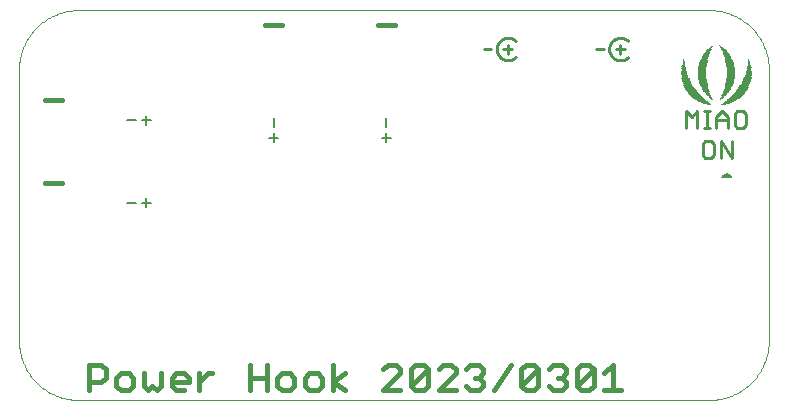
<source format=gto>
G04 EAGLE Gerber RS-274X export*
G75*
%MOMM*%
%FSLAX34Y34*%
%LPD*%
%INsilk top*%
%IPPOS*%
%AMOC8*
5,1,8,0,0,1.08239X$1,22.5*%
G01*
%ADD10C,0.025400*%
%ADD11C,0.254000*%
%ADD12C,0.381000*%
%ADD13C,0.152400*%
%ADD14R,0.050800X0.025400*%
%ADD15R,0.025400X0.025400*%
%ADD16R,0.254000X0.025400*%
%ADD17R,0.355600X0.025400*%
%ADD18R,0.406400X0.025400*%
%ADD19R,0.482600X0.025400*%
%ADD20R,0.457200X0.025400*%
%ADD21R,0.508000X0.025400*%
%ADD22R,0.533400X0.025400*%
%ADD23R,0.558800X0.025400*%
%ADD24R,0.584200X0.025400*%
%ADD25R,0.609600X0.025400*%
%ADD26R,0.635000X0.025400*%
%ADD27R,0.660400X0.025400*%
%ADD28R,0.685800X0.025400*%
%ADD29R,0.711200X0.025400*%
%ADD30R,0.736600X0.025400*%
%ADD31R,0.762000X0.025400*%
%ADD32R,0.787400X0.025400*%
%ADD33R,0.076200X0.025400*%
%ADD34R,0.101600X0.025400*%
%ADD35R,0.812800X0.025400*%
%ADD36R,0.127000X0.025400*%
%ADD37R,0.152400X0.025400*%
%ADD38R,0.177800X0.025400*%
%ADD39R,0.203200X0.025400*%
%ADD40R,0.228600X0.025400*%
%ADD41R,0.838200X0.025400*%
%ADD42R,0.279400X0.025400*%
%ADD43R,0.304800X0.025400*%
%ADD44R,0.330200X0.025400*%
%ADD45R,0.381000X0.025400*%
%ADD46R,0.431800X0.025400*%
%ADD47C,0.127000*%


D10*
X635000Y50800D02*
X635000Y279400D01*
X634985Y280628D01*
X634941Y281854D01*
X634867Y283080D01*
X634763Y284303D01*
X634630Y285523D01*
X634467Y286740D01*
X634275Y287953D01*
X634054Y289160D01*
X633803Y290362D01*
X633524Y291557D01*
X633216Y292746D01*
X632879Y293926D01*
X632514Y295098D01*
X632120Y296261D01*
X631699Y297414D01*
X631250Y298556D01*
X630773Y299688D01*
X630269Y300807D01*
X629738Y301914D01*
X629181Y303008D01*
X628598Y304088D01*
X627988Y305154D01*
X627353Y306204D01*
X626693Y307239D01*
X626008Y308258D01*
X625298Y309259D01*
X624565Y310244D01*
X623807Y311210D01*
X623027Y312158D01*
X622224Y313087D01*
X621399Y313996D01*
X620552Y314884D01*
X619684Y315752D01*
X618796Y316599D01*
X617887Y317424D01*
X616958Y318227D01*
X616010Y319007D01*
X615044Y319765D01*
X614059Y320498D01*
X613058Y321208D01*
X612039Y321893D01*
X611004Y322553D01*
X609954Y323188D01*
X608888Y323798D01*
X607808Y324381D01*
X606714Y324938D01*
X605607Y325469D01*
X604488Y325973D01*
X603356Y326450D01*
X602214Y326899D01*
X601061Y327320D01*
X599898Y327714D01*
X598726Y328079D01*
X597546Y328416D01*
X596357Y328724D01*
X595162Y329003D01*
X593960Y329254D01*
X592753Y329475D01*
X591540Y329667D01*
X590323Y329830D01*
X589103Y329963D01*
X587880Y330067D01*
X586654Y330141D01*
X585428Y330185D01*
X584200Y330200D01*
X50800Y330200D01*
X49572Y330185D01*
X48346Y330141D01*
X47120Y330067D01*
X45897Y329963D01*
X44677Y329830D01*
X43460Y329667D01*
X42247Y329475D01*
X41040Y329254D01*
X39838Y329003D01*
X38643Y328724D01*
X37454Y328416D01*
X36274Y328079D01*
X35102Y327714D01*
X33939Y327320D01*
X32786Y326899D01*
X31644Y326450D01*
X30512Y325973D01*
X29393Y325469D01*
X28286Y324938D01*
X27192Y324381D01*
X26112Y323798D01*
X25046Y323188D01*
X23996Y322553D01*
X22961Y321893D01*
X21942Y321208D01*
X20941Y320498D01*
X19956Y319765D01*
X18990Y319007D01*
X18042Y318227D01*
X17113Y317424D01*
X16204Y316599D01*
X15316Y315752D01*
X14448Y314884D01*
X13601Y313996D01*
X12776Y313087D01*
X11973Y312158D01*
X11193Y311210D01*
X10435Y310244D01*
X9702Y309259D01*
X8992Y308258D01*
X8307Y307239D01*
X7647Y306204D01*
X7012Y305154D01*
X6402Y304088D01*
X5819Y303008D01*
X5262Y301914D01*
X4731Y300807D01*
X4227Y299688D01*
X3750Y298556D01*
X3301Y297414D01*
X2880Y296261D01*
X2486Y295098D01*
X2121Y293926D01*
X1784Y292746D01*
X1476Y291557D01*
X1197Y290362D01*
X946Y289160D01*
X725Y287953D01*
X533Y286740D01*
X370Y285523D01*
X237Y284303D01*
X133Y283080D01*
X59Y281854D01*
X15Y280628D01*
X0Y279400D01*
X0Y50800D01*
X15Y49572D01*
X59Y48346D01*
X133Y47120D01*
X237Y45897D01*
X370Y44677D01*
X533Y43460D01*
X725Y42247D01*
X946Y41040D01*
X1197Y39838D01*
X1476Y38643D01*
X1784Y37454D01*
X2121Y36274D01*
X2486Y35102D01*
X2880Y33939D01*
X3301Y32786D01*
X3750Y31644D01*
X4227Y30512D01*
X4731Y29393D01*
X5262Y28286D01*
X5819Y27192D01*
X6402Y26112D01*
X7012Y25046D01*
X7647Y23996D01*
X8307Y22961D01*
X8992Y21942D01*
X9702Y20941D01*
X10435Y19956D01*
X11193Y18990D01*
X11973Y18042D01*
X12776Y17113D01*
X13601Y16204D01*
X14448Y15316D01*
X15316Y14448D01*
X16204Y13601D01*
X17113Y12776D01*
X18042Y11973D01*
X18990Y11193D01*
X19956Y10435D01*
X20941Y9702D01*
X21942Y8992D01*
X22961Y8307D01*
X23996Y7647D01*
X25046Y7012D01*
X26112Y6402D01*
X27192Y5819D01*
X28286Y5262D01*
X29393Y4731D01*
X30512Y4227D01*
X31644Y3750D01*
X32786Y3301D01*
X33939Y2880D01*
X35102Y2486D01*
X36274Y2121D01*
X37454Y1784D01*
X38643Y1476D01*
X39838Y1197D01*
X41040Y946D01*
X42247Y725D01*
X43460Y533D01*
X44677Y370D01*
X45897Y237D01*
X47120Y133D01*
X48346Y59D01*
X49572Y15D01*
X50800Y0D01*
X584200Y0D01*
X585428Y15D01*
X586654Y59D01*
X587880Y133D01*
X589103Y237D01*
X590323Y370D01*
X591540Y533D01*
X592753Y725D01*
X593960Y946D01*
X595162Y1197D01*
X596357Y1476D01*
X597546Y1784D01*
X598726Y2121D01*
X599898Y2486D01*
X601061Y2880D01*
X602214Y3301D01*
X603356Y3750D01*
X604488Y4227D01*
X605607Y4731D01*
X606714Y5262D01*
X607808Y5819D01*
X608888Y6402D01*
X609954Y7012D01*
X611004Y7647D01*
X612039Y8307D01*
X613058Y8992D01*
X614059Y9702D01*
X615044Y10435D01*
X616010Y11193D01*
X616958Y11973D01*
X617887Y12776D01*
X618796Y13601D01*
X619684Y14448D01*
X620552Y15316D01*
X621399Y16204D01*
X622224Y17113D01*
X623027Y18042D01*
X623807Y18990D01*
X624565Y19956D01*
X625298Y20941D01*
X626008Y21942D01*
X626693Y22961D01*
X627353Y23996D01*
X627988Y25046D01*
X628598Y26112D01*
X629181Y27192D01*
X629738Y28286D01*
X630269Y29393D01*
X630773Y30512D01*
X631250Y31644D01*
X631699Y32786D01*
X632120Y33939D01*
X632514Y35102D01*
X632879Y36274D01*
X633216Y37454D01*
X633524Y38643D01*
X633803Y39838D01*
X634054Y41040D01*
X634275Y42247D01*
X634467Y43460D01*
X634630Y44677D01*
X634763Y45897D01*
X634867Y47120D01*
X634941Y48346D01*
X634985Y49572D01*
X635000Y50800D01*
D11*
X420755Y290445D02*
X420590Y290284D01*
X420422Y290127D01*
X420250Y289975D01*
X420074Y289826D01*
X419894Y289682D01*
X419711Y289542D01*
X419525Y289407D01*
X419336Y289276D01*
X419143Y289150D01*
X418948Y289029D01*
X418749Y288912D01*
X418548Y288800D01*
X418344Y288693D01*
X418138Y288591D01*
X417929Y288494D01*
X417718Y288402D01*
X417505Y288315D01*
X417290Y288234D01*
X417073Y288157D01*
X416854Y288086D01*
X416633Y288020D01*
X416411Y287960D01*
X416188Y287905D01*
X415963Y287855D01*
X415737Y287811D01*
X415510Y287772D01*
X415282Y287739D01*
X415054Y287711D01*
X414825Y287689D01*
X414595Y287672D01*
X414365Y287661D01*
X414135Y287656D01*
X413905Y287656D01*
X413675Y287661D01*
X413445Y287672D01*
X413215Y287689D01*
X412986Y287711D01*
X412758Y287739D01*
X412530Y287772D01*
X412303Y287811D01*
X412077Y287855D01*
X411852Y287905D01*
X411629Y287960D01*
X411407Y288020D01*
X411186Y288086D01*
X410967Y288157D01*
X410750Y288234D01*
X410535Y288315D01*
X410322Y288402D01*
X410111Y288494D01*
X409902Y288591D01*
X409696Y288693D01*
X409492Y288800D01*
X409291Y288912D01*
X409092Y289029D01*
X408897Y289150D01*
X408704Y289276D01*
X408515Y289407D01*
X408329Y289542D01*
X408146Y289682D01*
X407966Y289826D01*
X407790Y289975D01*
X407618Y290127D01*
X407450Y290284D01*
X407285Y290445D01*
X407124Y290610D01*
X406967Y290778D01*
X406815Y290950D01*
X406666Y291126D01*
X406522Y291306D01*
X406382Y291489D01*
X406247Y291675D01*
X406116Y291864D01*
X405990Y292057D01*
X405869Y292252D01*
X405752Y292451D01*
X405640Y292652D01*
X405533Y292856D01*
X405431Y293062D01*
X405334Y293271D01*
X405242Y293482D01*
X405155Y293695D01*
X405074Y293910D01*
X404997Y294127D01*
X404926Y294346D01*
X404860Y294567D01*
X404800Y294789D01*
X404745Y295012D01*
X404695Y295237D01*
X404651Y295463D01*
X404612Y295690D01*
X404579Y295918D01*
X404551Y296146D01*
X404529Y296375D01*
X404512Y296605D01*
X404501Y296835D01*
X404496Y297065D01*
X404496Y297295D01*
X404501Y297525D01*
X404512Y297755D01*
X404529Y297985D01*
X404551Y298214D01*
X404579Y298442D01*
X404612Y298670D01*
X404651Y298897D01*
X404695Y299123D01*
X404745Y299348D01*
X404800Y299571D01*
X404860Y299793D01*
X404926Y300014D01*
X404997Y300233D01*
X405074Y300450D01*
X405155Y300665D01*
X405242Y300878D01*
X405334Y301089D01*
X405431Y301298D01*
X405533Y301504D01*
X405640Y301708D01*
X405752Y301909D01*
X405869Y302108D01*
X405990Y302303D01*
X406116Y302496D01*
X406247Y302685D01*
X406382Y302871D01*
X406522Y303054D01*
X406666Y303234D01*
X406815Y303410D01*
X406967Y303582D01*
X407124Y303750D01*
X407285Y303915D01*
X407450Y304076D01*
X407618Y304233D01*
X407790Y304385D01*
X407966Y304534D01*
X408146Y304678D01*
X408329Y304818D01*
X408515Y304953D01*
X408704Y305084D01*
X408897Y305210D01*
X409092Y305331D01*
X409291Y305448D01*
X409492Y305560D01*
X409696Y305667D01*
X409902Y305769D01*
X410111Y305866D01*
X410322Y305958D01*
X410535Y306045D01*
X410750Y306126D01*
X410967Y306203D01*
X411186Y306274D01*
X411407Y306340D01*
X411629Y306400D01*
X411852Y306455D01*
X412077Y306505D01*
X412303Y306549D01*
X412530Y306588D01*
X412758Y306621D01*
X412986Y306649D01*
X413215Y306671D01*
X413445Y306688D01*
X413675Y306699D01*
X413905Y306704D01*
X414135Y306704D01*
X414365Y306699D01*
X414595Y306688D01*
X414825Y306671D01*
X415054Y306649D01*
X415282Y306621D01*
X415510Y306588D01*
X415737Y306549D01*
X415963Y306505D01*
X416188Y306455D01*
X416411Y306400D01*
X416633Y306340D01*
X416854Y306274D01*
X417073Y306203D01*
X417290Y306126D01*
X417505Y306045D01*
X417718Y305958D01*
X417929Y305866D01*
X418138Y305769D01*
X418344Y305667D01*
X418548Y305560D01*
X418749Y305448D01*
X418948Y305331D01*
X419143Y305210D01*
X419336Y305084D01*
X419525Y304953D01*
X419711Y304818D01*
X419894Y304678D01*
X420074Y304534D01*
X420250Y304385D01*
X420422Y304233D01*
X420590Y304076D01*
X420755Y303915D01*
X414020Y300990D02*
X414020Y293370D01*
X417830Y297180D02*
X410210Y297180D01*
X400050Y297180D02*
X393700Y297180D01*
X581297Y219214D02*
X586042Y219214D01*
X581297Y219214D02*
X578924Y216841D01*
X578924Y207351D01*
X581297Y204978D01*
X586042Y204978D01*
X588415Y207351D01*
X588415Y216841D01*
X586042Y219214D01*
X594360Y219214D02*
X594360Y204978D01*
X603851Y204978D02*
X594360Y219214D01*
X603851Y219214D02*
X603851Y204978D01*
X516005Y290445D02*
X515840Y290284D01*
X515672Y290127D01*
X515500Y289975D01*
X515324Y289826D01*
X515144Y289682D01*
X514961Y289542D01*
X514775Y289407D01*
X514586Y289276D01*
X514393Y289150D01*
X514198Y289029D01*
X513999Y288912D01*
X513798Y288800D01*
X513594Y288693D01*
X513388Y288591D01*
X513179Y288494D01*
X512968Y288402D01*
X512755Y288315D01*
X512540Y288234D01*
X512323Y288157D01*
X512104Y288086D01*
X511883Y288020D01*
X511661Y287960D01*
X511438Y287905D01*
X511213Y287855D01*
X510987Y287811D01*
X510760Y287772D01*
X510532Y287739D01*
X510304Y287711D01*
X510075Y287689D01*
X509845Y287672D01*
X509615Y287661D01*
X509385Y287656D01*
X509155Y287656D01*
X508925Y287661D01*
X508695Y287672D01*
X508465Y287689D01*
X508236Y287711D01*
X508008Y287739D01*
X507780Y287772D01*
X507553Y287811D01*
X507327Y287855D01*
X507102Y287905D01*
X506879Y287960D01*
X506657Y288020D01*
X506436Y288086D01*
X506217Y288157D01*
X506000Y288234D01*
X505785Y288315D01*
X505572Y288402D01*
X505361Y288494D01*
X505152Y288591D01*
X504946Y288693D01*
X504742Y288800D01*
X504541Y288912D01*
X504342Y289029D01*
X504147Y289150D01*
X503954Y289276D01*
X503765Y289407D01*
X503579Y289542D01*
X503396Y289682D01*
X503216Y289826D01*
X503040Y289975D01*
X502868Y290127D01*
X502700Y290284D01*
X502535Y290445D01*
X502374Y290610D01*
X502217Y290778D01*
X502065Y290950D01*
X501916Y291126D01*
X501772Y291306D01*
X501632Y291489D01*
X501497Y291675D01*
X501366Y291864D01*
X501240Y292057D01*
X501119Y292252D01*
X501002Y292451D01*
X500890Y292652D01*
X500783Y292856D01*
X500681Y293062D01*
X500584Y293271D01*
X500492Y293482D01*
X500405Y293695D01*
X500324Y293910D01*
X500247Y294127D01*
X500176Y294346D01*
X500110Y294567D01*
X500050Y294789D01*
X499995Y295012D01*
X499945Y295237D01*
X499901Y295463D01*
X499862Y295690D01*
X499829Y295918D01*
X499801Y296146D01*
X499779Y296375D01*
X499762Y296605D01*
X499751Y296835D01*
X499746Y297065D01*
X499746Y297295D01*
X499751Y297525D01*
X499762Y297755D01*
X499779Y297985D01*
X499801Y298214D01*
X499829Y298442D01*
X499862Y298670D01*
X499901Y298897D01*
X499945Y299123D01*
X499995Y299348D01*
X500050Y299571D01*
X500110Y299793D01*
X500176Y300014D01*
X500247Y300233D01*
X500324Y300450D01*
X500405Y300665D01*
X500492Y300878D01*
X500584Y301089D01*
X500681Y301298D01*
X500783Y301504D01*
X500890Y301708D01*
X501002Y301909D01*
X501119Y302108D01*
X501240Y302303D01*
X501366Y302496D01*
X501497Y302685D01*
X501632Y302871D01*
X501772Y303054D01*
X501916Y303234D01*
X502065Y303410D01*
X502217Y303582D01*
X502374Y303750D01*
X502535Y303915D01*
X502700Y304076D01*
X502868Y304233D01*
X503040Y304385D01*
X503216Y304534D01*
X503396Y304678D01*
X503579Y304818D01*
X503765Y304953D01*
X503954Y305084D01*
X504147Y305210D01*
X504342Y305331D01*
X504541Y305448D01*
X504742Y305560D01*
X504946Y305667D01*
X505152Y305769D01*
X505361Y305866D01*
X505572Y305958D01*
X505785Y306045D01*
X506000Y306126D01*
X506217Y306203D01*
X506436Y306274D01*
X506657Y306340D01*
X506879Y306400D01*
X507102Y306455D01*
X507327Y306505D01*
X507553Y306549D01*
X507780Y306588D01*
X508008Y306621D01*
X508236Y306649D01*
X508465Y306671D01*
X508695Y306688D01*
X508925Y306699D01*
X509155Y306704D01*
X509385Y306704D01*
X509615Y306699D01*
X509845Y306688D01*
X510075Y306671D01*
X510304Y306649D01*
X510532Y306621D01*
X510760Y306588D01*
X510987Y306549D01*
X511213Y306505D01*
X511438Y306455D01*
X511661Y306400D01*
X511883Y306340D01*
X512104Y306274D01*
X512323Y306203D01*
X512540Y306126D01*
X512755Y306045D01*
X512968Y305958D01*
X513179Y305866D01*
X513388Y305769D01*
X513594Y305667D01*
X513798Y305560D01*
X513999Y305448D01*
X514198Y305331D01*
X514393Y305210D01*
X514586Y305084D01*
X514775Y304953D01*
X514961Y304818D01*
X515144Y304678D01*
X515324Y304534D01*
X515500Y304385D01*
X515672Y304233D01*
X515840Y304076D01*
X516005Y303915D01*
X509270Y300990D02*
X509270Y293370D01*
X513080Y297180D02*
X505460Y297180D01*
X495300Y297180D02*
X488950Y297180D01*
D12*
X36367Y184159D02*
X21961Y184159D01*
X21961Y254009D02*
X36367Y254009D01*
X208651Y317509D02*
X223057Y317509D01*
X303901Y317509D02*
X318307Y317509D01*
X59055Y29863D02*
X59055Y8255D01*
X59055Y29863D02*
X69859Y29863D01*
X73461Y26262D01*
X73461Y19059D01*
X69859Y15458D01*
X59055Y15458D01*
X86044Y8255D02*
X93247Y8255D01*
X96849Y11856D01*
X96849Y19059D01*
X93247Y22661D01*
X86044Y22661D01*
X82443Y19059D01*
X82443Y11856D01*
X86044Y8255D01*
X105831Y11856D02*
X105831Y22661D01*
X105831Y11856D02*
X109432Y8255D01*
X113034Y11856D01*
X116635Y8255D01*
X120237Y11856D01*
X120237Y22661D01*
X132820Y8255D02*
X140023Y8255D01*
X132820Y8255D02*
X129219Y11856D01*
X129219Y19059D01*
X132820Y22661D01*
X140023Y22661D01*
X143625Y19059D01*
X143625Y15458D01*
X129219Y15458D01*
X152607Y8255D02*
X152607Y22661D01*
X152607Y15458D02*
X159810Y22661D01*
X163411Y22661D01*
X195485Y29863D02*
X195485Y8255D01*
X195485Y19059D02*
X209890Y19059D01*
X209890Y29863D02*
X209890Y8255D01*
X222474Y8255D02*
X229677Y8255D01*
X233278Y11856D01*
X233278Y19059D01*
X229677Y22661D01*
X222474Y22661D01*
X218873Y19059D01*
X218873Y11856D01*
X222474Y8255D01*
X245862Y8255D02*
X253065Y8255D01*
X256666Y11856D01*
X256666Y19059D01*
X253065Y22661D01*
X245862Y22661D01*
X242261Y19059D01*
X242261Y11856D01*
X245862Y8255D01*
X265649Y8255D02*
X265649Y29863D01*
X265649Y15458D02*
X276453Y8255D01*
X265649Y15458D02*
X276453Y22661D01*
X308527Y8255D02*
X322932Y8255D01*
X308527Y8255D02*
X322932Y22661D01*
X322932Y26262D01*
X319331Y29863D01*
X312128Y29863D01*
X308527Y26262D01*
X331915Y26262D02*
X331915Y11856D01*
X331915Y26262D02*
X335516Y29863D01*
X342719Y29863D01*
X346320Y26262D01*
X346320Y11856D01*
X342719Y8255D01*
X335516Y8255D01*
X331915Y11856D01*
X346320Y26262D01*
X355303Y8255D02*
X369708Y8255D01*
X355303Y8255D02*
X369708Y22661D01*
X369708Y26262D01*
X366107Y29863D01*
X358904Y29863D01*
X355303Y26262D01*
X378691Y26262D02*
X382292Y29863D01*
X389495Y29863D01*
X393096Y26262D01*
X393096Y22661D01*
X389495Y19059D01*
X385893Y19059D01*
X389495Y19059D02*
X393096Y15458D01*
X393096Y11856D01*
X389495Y8255D01*
X382292Y8255D01*
X378691Y11856D01*
X402079Y8255D02*
X416484Y29863D01*
X425467Y26262D02*
X425467Y11856D01*
X425467Y26262D02*
X429068Y29863D01*
X436271Y29863D01*
X439872Y26262D01*
X439872Y11856D01*
X436271Y8255D01*
X429068Y8255D01*
X425467Y11856D01*
X439872Y26262D01*
X448854Y26262D02*
X452456Y29863D01*
X459659Y29863D01*
X463260Y26262D01*
X463260Y22661D01*
X459659Y19059D01*
X456057Y19059D01*
X459659Y19059D02*
X463260Y15458D01*
X463260Y11856D01*
X459659Y8255D01*
X452456Y8255D01*
X448854Y11856D01*
X472242Y11856D02*
X472242Y26262D01*
X475844Y29863D01*
X483047Y29863D01*
X486648Y26262D01*
X486648Y11856D01*
X483047Y8255D01*
X475844Y8255D01*
X472242Y11856D01*
X486648Y26262D01*
X495630Y22661D02*
X502833Y29863D01*
X502833Y8255D01*
X495630Y8255D02*
X510036Y8255D01*
D11*
X564791Y230378D02*
X564791Y244614D01*
X569536Y239869D01*
X574281Y244614D01*
X574281Y230378D01*
X580227Y230378D02*
X584972Y230378D01*
X582599Y230378D02*
X582599Y244614D01*
X580227Y244614D02*
X584972Y244614D01*
X590517Y239869D02*
X590517Y230378D01*
X590517Y239869D02*
X595263Y244614D01*
X600008Y239869D01*
X600008Y230378D01*
X600008Y237496D02*
X590517Y237496D01*
X608326Y244614D02*
X613071Y244614D01*
X608326Y244614D02*
X605953Y242241D01*
X605953Y232751D01*
X608326Y230378D01*
X613071Y230378D01*
X615444Y232751D01*
X615444Y242241D01*
X613071Y244614D01*
D13*
X219710Y222250D02*
X212090Y222250D01*
X215900Y218440D02*
X215900Y226060D01*
X215900Y231140D02*
X215900Y238760D01*
X307340Y222250D02*
X314960Y222250D01*
X311150Y218440D02*
X311150Y226060D01*
X311150Y231140D02*
X311150Y238760D01*
X107950Y170960D02*
X107950Y163340D01*
X111760Y167150D02*
X104140Y167150D01*
X99060Y167150D02*
X91440Y167150D01*
X107950Y233190D02*
X107950Y240810D01*
X111760Y237000D02*
X104140Y237000D01*
X99060Y237000D02*
X91440Y237000D01*
D14*
X586359Y249682D03*
D15*
X594868Y249682D03*
D16*
X584835Y249936D03*
X596265Y249936D03*
D17*
X584073Y250190D03*
X597281Y250190D03*
D18*
X583311Y250444D03*
X597789Y250444D03*
D19*
X582676Y250698D03*
D20*
X598551Y250698D03*
D21*
X582041Y250952D03*
D22*
X599186Y250952D03*
D23*
X581533Y251206D03*
X599821Y251206D03*
D24*
X580898Y251460D03*
X600202Y251460D03*
D25*
X580517Y251714D03*
D26*
X600710Y251714D03*
D27*
X580009Y251968D03*
D26*
X601218Y251968D03*
D27*
X579501Y252222D03*
X601599Y252222D03*
D28*
X579120Y252476D03*
X601980Y252476D03*
D29*
X578739Y252730D03*
X602361Y252730D03*
X578231Y252984D03*
X602869Y252984D03*
X577977Y253238D03*
D30*
X603250Y253238D03*
X577596Y253492D03*
D31*
X603631Y253492D03*
X577215Y253746D03*
X603885Y253746D03*
X576961Y254000D03*
D15*
X587248Y254000D03*
D31*
X604393Y254000D03*
X576453Y254254D03*
D15*
X586994Y254254D03*
X594106Y254254D03*
D31*
X604647Y254254D03*
X576199Y254508D03*
D14*
X586867Y254508D03*
X594487Y254508D03*
D32*
X605028Y254508D03*
X575818Y254762D03*
D33*
X586486Y254762D03*
X594614Y254762D03*
D32*
X605282Y254762D03*
X575564Y255016D03*
D34*
X586359Y255016D03*
X594995Y255016D03*
D35*
X605663Y255016D03*
D32*
X575310Y255270D03*
D36*
X585978Y255270D03*
X595122Y255270D03*
D35*
X605917Y255270D03*
X574929Y255524D03*
D37*
X585851Y255524D03*
D36*
X595376Y255524D03*
D35*
X606171Y255524D03*
X574675Y255778D03*
D37*
X585597Y255778D03*
X595503Y255778D03*
D32*
X606552Y255778D03*
D35*
X574421Y256032D03*
D38*
X585470Y256032D03*
X595884Y256032D03*
D35*
X606933Y256032D03*
X574167Y256286D03*
D39*
X585089Y256286D03*
X596011Y256286D03*
D35*
X607187Y256286D03*
X573913Y256540D03*
D40*
X584962Y256540D03*
X596138Y256540D03*
D35*
X607441Y256540D03*
X573659Y256794D03*
D40*
X584708Y256794D03*
X596392Y256794D03*
D35*
X607695Y256794D03*
D41*
X573278Y257048D03*
D16*
X584581Y257048D03*
X596519Y257048D03*
D35*
X607949Y257048D03*
X573151Y257302D03*
D42*
X584454Y257302D03*
D16*
X596773Y257302D03*
D35*
X608203Y257302D03*
X572897Y257556D03*
D42*
X584200Y257556D03*
X596900Y257556D03*
D35*
X608457Y257556D03*
D41*
X572516Y257810D03*
D43*
X584073Y257810D03*
D42*
X597154Y257810D03*
D41*
X608584Y257810D03*
X572262Y258064D03*
D43*
X583819Y258064D03*
X597281Y258064D03*
D41*
X608838Y258064D03*
D35*
X572135Y258318D03*
D44*
X583692Y258318D03*
X597408Y258318D03*
D41*
X609092Y258318D03*
D35*
X571881Y258572D03*
D44*
X583438Y258572D03*
X597662Y258572D03*
D41*
X609346Y258572D03*
D35*
X571627Y258826D03*
D17*
X583311Y258826D03*
X597789Y258826D03*
D41*
X609600Y258826D03*
D35*
X571373Y259080D03*
D45*
X583184Y259080D03*
X597916Y259080D03*
D41*
X609854Y259080D03*
D35*
X571119Y259334D03*
D17*
X583057Y259334D03*
X598043Y259334D03*
D41*
X610108Y259334D03*
X570992Y259588D03*
D45*
X582930Y259588D03*
X598170Y259588D03*
D35*
X610235Y259588D03*
D41*
X570738Y259842D03*
D18*
X582803Y259842D03*
D45*
X598424Y259842D03*
D35*
X610489Y259842D03*
X570611Y260096D03*
D18*
X582549Y260096D03*
X598551Y260096D03*
D35*
X610743Y260096D03*
X570357Y260350D03*
D18*
X582549Y260350D03*
D46*
X598678Y260350D03*
D41*
X610870Y260350D03*
D35*
X570103Y260604D03*
D46*
X582422Y260604D03*
D18*
X598805Y260604D03*
D35*
X610997Y260604D03*
X569849Y260858D03*
D46*
X582168Y260858D03*
X598932Y260858D03*
D35*
X611251Y260858D03*
X569849Y261112D03*
D20*
X582041Y261112D03*
X599059Y261112D03*
D35*
X611505Y261112D03*
X569595Y261366D03*
D20*
X582041Y261366D03*
X599313Y261366D03*
D35*
X611759Y261366D03*
X569341Y261620D03*
D20*
X581787Y261620D03*
X599313Y261620D03*
D35*
X611759Y261620D03*
D32*
X569214Y261874D03*
D19*
X581660Y261874D03*
X599440Y261874D03*
D35*
X612013Y261874D03*
X569087Y262128D03*
D19*
X581660Y262128D03*
X599694Y262128D03*
D35*
X612267Y262128D03*
X568833Y262382D03*
D19*
X581406Y262382D03*
X599694Y262382D03*
D32*
X612394Y262382D03*
X568706Y262636D03*
D21*
X581279Y262636D03*
X599821Y262636D03*
D35*
X612521Y262636D03*
D32*
X568452Y262890D03*
D21*
X581279Y262890D03*
D19*
X599948Y262890D03*
D32*
X612648Y262890D03*
D35*
X568325Y263144D03*
D22*
X581152Y263144D03*
D21*
X600075Y263144D03*
D32*
X612902Y263144D03*
X568198Y263398D03*
D21*
X581025Y263398D03*
D22*
X600202Y263398D03*
D32*
X613156Y263398D03*
X567944Y263652D03*
D22*
X580898Y263652D03*
X600202Y263652D03*
D32*
X613156Y263652D03*
D31*
X567817Y263906D03*
D23*
X580771Y263906D03*
D22*
X600456Y263906D03*
D32*
X613410Y263906D03*
X567690Y264160D03*
D22*
X580644Y264160D03*
X600456Y264160D03*
D31*
X613537Y264160D03*
X567563Y264414D03*
D22*
X580644Y264414D03*
D23*
X600583Y264414D03*
D32*
X613664Y264414D03*
D31*
X567309Y264668D03*
D23*
X580517Y264668D03*
X600583Y264668D03*
D31*
X613791Y264668D03*
X567309Y264922D03*
D24*
X580390Y264922D03*
X600710Y264922D03*
D31*
X614045Y264922D03*
X567055Y265176D03*
D23*
X580263Y265176D03*
X600837Y265176D03*
D31*
X614045Y265176D03*
D30*
X566928Y265430D03*
D24*
X580136Y265430D03*
X600964Y265430D03*
D31*
X614299Y265430D03*
X566801Y265684D03*
D24*
X580136Y265684D03*
X600964Y265684D03*
D31*
X614299Y265684D03*
D30*
X566674Y265938D03*
D24*
X580136Y265938D03*
D25*
X601091Y265938D03*
D31*
X614553Y265938D03*
D30*
X566674Y266192D03*
D25*
X580009Y266192D03*
D24*
X601218Y266192D03*
D30*
X614680Y266192D03*
X566420Y266446D03*
D24*
X579882Y266446D03*
X601218Y266446D03*
D30*
X614680Y266446D03*
X566420Y266700D03*
D25*
X579755Y266700D03*
X601345Y266700D03*
D30*
X614934Y266700D03*
X566166Y266954D03*
D25*
X579755Y266954D03*
X601345Y266954D03*
D30*
X614934Y266954D03*
D29*
X566039Y267208D03*
D25*
X579755Y267208D03*
X601599Y267208D03*
D30*
X615188Y267208D03*
D29*
X566039Y267462D03*
D26*
X579628Y267462D03*
D25*
X601599Y267462D03*
D29*
X615315Y267462D03*
X565785Y267716D03*
D26*
X579628Y267716D03*
D25*
X601599Y267716D03*
D29*
X615315Y267716D03*
X565785Y267970D03*
D26*
X579374Y267970D03*
X601726Y267970D03*
D29*
X615569Y267970D03*
D28*
X565658Y268224D03*
D26*
X579374Y268224D03*
X601726Y268224D03*
D29*
X615569Y268224D03*
X565531Y268478D03*
D26*
X579374Y268478D03*
X601726Y268478D03*
D28*
X615696Y268478D03*
X565404Y268732D03*
D26*
X579374Y268732D03*
X601980Y268732D03*
D29*
X615823Y268732D03*
D27*
X565277Y268986D03*
X579247Y268986D03*
D26*
X601980Y268986D03*
D28*
X615950Y268986D03*
X565150Y269240D03*
D26*
X579120Y269240D03*
X601980Y269240D03*
D28*
X615950Y269240D03*
D27*
X565023Y269494D03*
D26*
X579120Y269494D03*
X601980Y269494D03*
D28*
X616204Y269494D03*
D27*
X565023Y269748D03*
D26*
X579120Y269748D03*
D27*
X602107Y269748D03*
D28*
X616204Y269748D03*
D26*
X564896Y270002D03*
D27*
X578993Y270002D03*
X602107Y270002D03*
X616331Y270002D03*
X564769Y270256D03*
X578993Y270256D03*
X602107Y270256D03*
X616331Y270256D03*
D26*
X564642Y270510D03*
D27*
X578993Y270510D03*
D28*
X602234Y270510D03*
D26*
X616458Y270510D03*
X564642Y270764D03*
D27*
X578993Y270764D03*
X602361Y270764D03*
X616585Y270764D03*
D25*
X564515Y271018D03*
D28*
X578866Y271018D03*
D27*
X602361Y271018D03*
D26*
X616712Y271018D03*
X564388Y271272D03*
D27*
X578739Y271272D03*
X602361Y271272D03*
D26*
X616712Y271272D03*
X564388Y271526D03*
D27*
X578739Y271526D03*
X602361Y271526D03*
D25*
X616839Y271526D03*
X564261Y271780D03*
D27*
X578739Y271780D03*
D28*
X602488Y271780D03*
D25*
X616839Y271780D03*
X564261Y272034D03*
D28*
X578612Y272034D03*
X602488Y272034D03*
D25*
X617093Y272034D03*
D24*
X564134Y272288D03*
D28*
X578612Y272288D03*
X602488Y272288D03*
D25*
X617093Y272288D03*
D24*
X564134Y272542D03*
D28*
X578612Y272542D03*
X602488Y272542D03*
D24*
X617220Y272542D03*
X563880Y272796D03*
D28*
X578612Y272796D03*
X602488Y272796D03*
D24*
X617220Y272796D03*
X563880Y273050D03*
D28*
X578612Y273050D03*
X602488Y273050D03*
D24*
X617220Y273050D03*
D23*
X563753Y273304D03*
D28*
X578612Y273304D03*
X602488Y273304D03*
D24*
X617474Y273304D03*
D23*
X563753Y273558D03*
D28*
X578612Y273558D03*
D27*
X602615Y273558D03*
D24*
X617474Y273558D03*
D23*
X563753Y273812D03*
D28*
X578612Y273812D03*
X602742Y273812D03*
D24*
X617474Y273812D03*
D22*
X563626Y274066D03*
D29*
X578485Y274066D03*
D28*
X602742Y274066D03*
D23*
X617601Y274066D03*
D22*
X563626Y274320D03*
D29*
X578485Y274320D03*
D28*
X602742Y274320D03*
D23*
X617601Y274320D03*
D22*
X563626Y274574D03*
D29*
X578485Y274574D03*
D28*
X602742Y274574D03*
D22*
X617728Y274574D03*
D21*
X563499Y274828D03*
D28*
X578358Y274828D03*
X602742Y274828D03*
D22*
X617728Y274828D03*
D21*
X563499Y275082D03*
D28*
X578358Y275082D03*
X602742Y275082D03*
D21*
X617855Y275082D03*
D19*
X563372Y275336D03*
D28*
X578358Y275336D03*
X602742Y275336D03*
D21*
X617855Y275336D03*
X563245Y275590D03*
D28*
X578358Y275590D03*
X602742Y275590D03*
D21*
X617855Y275590D03*
D19*
X563372Y275844D03*
D28*
X578358Y275844D03*
X602742Y275844D03*
D19*
X617982Y275844D03*
D20*
X563245Y276098D03*
D28*
X578358Y276098D03*
X602742Y276098D03*
D19*
X617982Y276098D03*
X563118Y276352D03*
D28*
X578358Y276352D03*
X602742Y276352D03*
D19*
X617982Y276352D03*
X563118Y276606D03*
D28*
X578358Y276606D03*
X602742Y276606D03*
D19*
X617982Y276606D03*
D20*
X562991Y276860D03*
D28*
X578358Y276860D03*
X602742Y276860D03*
D20*
X618109Y276860D03*
D46*
X563118Y277114D03*
D28*
X578358Y277114D03*
X602742Y277114D03*
D20*
X618109Y277114D03*
D46*
X563118Y277368D03*
D28*
X578358Y277368D03*
X602742Y277368D03*
D20*
X618109Y277368D03*
X562991Y277622D03*
D28*
X578358Y277622D03*
X602742Y277622D03*
D46*
X618236Y277622D03*
X562864Y277876D03*
D28*
X578358Y277876D03*
X602742Y277876D03*
D46*
X618236Y277876D03*
D18*
X562991Y278130D03*
D28*
X578358Y278130D03*
X602742Y278130D03*
D18*
X618363Y278130D03*
X562991Y278384D03*
D29*
X578485Y278384D03*
D28*
X602742Y278384D03*
D18*
X618363Y278384D03*
D45*
X562864Y278638D03*
D29*
X578485Y278638D03*
D28*
X602742Y278638D03*
D18*
X618363Y278638D03*
D45*
X562864Y278892D03*
D29*
X578485Y278892D03*
D28*
X602742Y278892D03*
D18*
X618363Y278892D03*
D45*
X562864Y279146D03*
D29*
X578485Y279146D03*
D28*
X602742Y279146D03*
D45*
X618490Y279146D03*
D17*
X562737Y279400D03*
D29*
X578485Y279400D03*
D28*
X602742Y279400D03*
D45*
X618490Y279400D03*
D17*
X562737Y279654D03*
D28*
X578612Y279654D03*
D29*
X602615Y279654D03*
D45*
X618490Y279654D03*
D17*
X562737Y279908D03*
D28*
X578612Y279908D03*
X602488Y279908D03*
D45*
X618490Y279908D03*
D17*
X562737Y280162D03*
D28*
X578612Y280162D03*
X602488Y280162D03*
D45*
X618490Y280162D03*
D44*
X562610Y280416D03*
D28*
X578612Y280416D03*
X602488Y280416D03*
D44*
X618490Y280416D03*
D43*
X562737Y280670D03*
D28*
X578612Y280670D03*
X602488Y280670D03*
D44*
X618490Y280670D03*
D43*
X562737Y280924D03*
D28*
X578612Y280924D03*
X602488Y280924D03*
D44*
X618490Y280924D03*
D43*
X562737Y281178D03*
D28*
X578612Y281178D03*
X602488Y281178D03*
D44*
X618490Y281178D03*
D43*
X562737Y281432D03*
D28*
X578612Y281432D03*
X602488Y281432D03*
D43*
X618617Y281432D03*
D42*
X562610Y281686D03*
D27*
X578739Y281686D03*
X602361Y281686D03*
D42*
X618490Y281686D03*
X562610Y281940D03*
D27*
X578739Y281940D03*
X602361Y281940D03*
D42*
X618490Y281940D03*
X562610Y282194D03*
D28*
X578866Y282194D03*
D27*
X602361Y282194D03*
D42*
X618490Y282194D03*
D16*
X562737Y282448D03*
D28*
X578866Y282448D03*
D27*
X602361Y282448D03*
D16*
X618617Y282448D03*
X562737Y282702D03*
D27*
X578993Y282702D03*
D28*
X602234Y282702D03*
D16*
X618617Y282702D03*
D40*
X562610Y282956D03*
D27*
X578993Y282956D03*
D28*
X602234Y282956D03*
D40*
X618490Y282956D03*
X562610Y283210D03*
D27*
X578993Y283210D03*
X602107Y283210D03*
D40*
X618490Y283210D03*
D39*
X562737Y283464D03*
D27*
X578993Y283464D03*
X602107Y283464D03*
D40*
X618490Y283464D03*
D39*
X562737Y283718D03*
D26*
X579120Y283718D03*
D27*
X602107Y283718D03*
D40*
X618490Y283718D03*
D39*
X562737Y283972D03*
D26*
X579120Y283972D03*
X601980Y283972D03*
D38*
X618490Y283972D03*
D37*
X562737Y284226D03*
D27*
X579247Y284226D03*
D26*
X601980Y284226D03*
D38*
X618490Y284226D03*
D37*
X562737Y284480D03*
D27*
X579247Y284480D03*
D26*
X601980Y284480D03*
D38*
X618490Y284480D03*
D37*
X562737Y284734D03*
D26*
X579374Y284734D03*
X601726Y284734D03*
D38*
X618490Y284734D03*
D37*
X562737Y284988D03*
D26*
X579374Y284988D03*
X601726Y284988D03*
D37*
X618363Y284988D03*
D36*
X562864Y285242D03*
D26*
X579374Y285242D03*
X601726Y285242D03*
D37*
X618363Y285242D03*
D36*
X562864Y285496D03*
D26*
X579628Y285496D03*
X601726Y285496D03*
D36*
X618236Y285496D03*
X562864Y285750D03*
D26*
X579628Y285750D03*
D25*
X601599Y285750D03*
D34*
X618363Y285750D03*
X562991Y286004D03*
D26*
X579628Y286004D03*
D25*
X601599Y286004D03*
D34*
X618363Y286004D03*
D33*
X562864Y286258D03*
D25*
X579755Y286258D03*
D26*
X601472Y286258D03*
D33*
X618236Y286258D03*
X562864Y286512D03*
D25*
X579755Y286512D03*
X601345Y286512D03*
D33*
X618236Y286512D03*
D14*
X562991Y286766D03*
D25*
X580009Y286766D03*
X601345Y286766D03*
D33*
X618236Y286766D03*
D14*
X562991Y287020D03*
D25*
X580009Y287020D03*
D24*
X601218Y287020D03*
D14*
X618109Y287020D03*
D15*
X563118Y287274D03*
D25*
X580009Y287274D03*
X601091Y287274D03*
D14*
X618109Y287274D03*
D15*
X563118Y287528D03*
D24*
X580136Y287528D03*
X600964Y287528D03*
D15*
X617982Y287528D03*
X563118Y287782D03*
D24*
X580136Y287782D03*
X600964Y287782D03*
D15*
X617982Y287782D03*
D24*
X580390Y288036D03*
X600964Y288036D03*
X580390Y288290D03*
X600710Y288290D03*
D23*
X580517Y288544D03*
D24*
X600710Y288544D03*
D23*
X580517Y288798D03*
X600583Y288798D03*
D22*
X580644Y289052D03*
D23*
X600583Y289052D03*
X580771Y289306D03*
D22*
X600456Y289306D03*
X580898Y289560D03*
D23*
X600329Y289560D03*
D22*
X580898Y289814D03*
X600202Y289814D03*
X581152Y290068D03*
D21*
X600075Y290068D03*
D22*
X581152Y290322D03*
D21*
X600075Y290322D03*
X581279Y290576D03*
X599821Y290576D03*
D22*
X581406Y290830D03*
D21*
X599821Y290830D03*
X581533Y291084D03*
X599567Y291084D03*
D19*
X581660Y291338D03*
X599440Y291338D03*
X581660Y291592D03*
X599440Y291592D03*
X581914Y291846D03*
D20*
X599313Y291846D03*
X582041Y292100D03*
X599059Y292100D03*
X582041Y292354D03*
X599059Y292354D03*
X582295Y292608D03*
D46*
X598932Y292608D03*
X582422Y292862D03*
X598678Y292862D03*
D18*
X582549Y293116D03*
D46*
X598678Y293116D03*
D18*
X582803Y293370D03*
X598551Y293370D03*
X582803Y293624D03*
X598297Y293624D03*
X583057Y293878D03*
D45*
X598170Y293878D03*
X583184Y294132D03*
X597916Y294132D03*
D17*
X583311Y294386D03*
D45*
X597916Y294386D03*
D17*
X583565Y294640D03*
X597789Y294640D03*
X583565Y294894D03*
X597535Y294894D03*
D44*
X583692Y295148D03*
X597408Y295148D03*
X583946Y295402D03*
D43*
X597281Y295402D03*
X584073Y295656D03*
X597027Y295656D03*
X584327Y295910D03*
D42*
X596900Y295910D03*
X584454Y296164D03*
X596646Y296164D03*
X584708Y296418D03*
D16*
X596519Y296418D03*
X584835Y296672D03*
X596265Y296672D03*
D40*
X584962Y296926D03*
X596138Y296926D03*
D39*
X585343Y297180D03*
X595757Y297180D03*
D38*
X585470Y297434D03*
X595630Y297434D03*
X585724Y297688D03*
D37*
X595503Y297688D03*
X585851Y297942D03*
X595249Y297942D03*
D36*
X586232Y298196D03*
X595122Y298196D03*
D34*
X586359Y298450D03*
X594741Y298450D03*
X586613Y298704D03*
D33*
X594614Y298704D03*
D14*
X586867Y298958D03*
D33*
X594360Y298958D03*
D14*
X587121Y299212D03*
D15*
X594106Y299212D03*
X593852Y299466D03*
D47*
X595630Y189230D02*
X603250Y189230D01*
X601345Y190500D01*
X599440Y191770D01*
X597535Y190500D01*
X595630Y189230D01*
X596900Y189865D02*
X601980Y189865D01*
X601345Y190500D02*
X597535Y190500D01*
M02*

</source>
